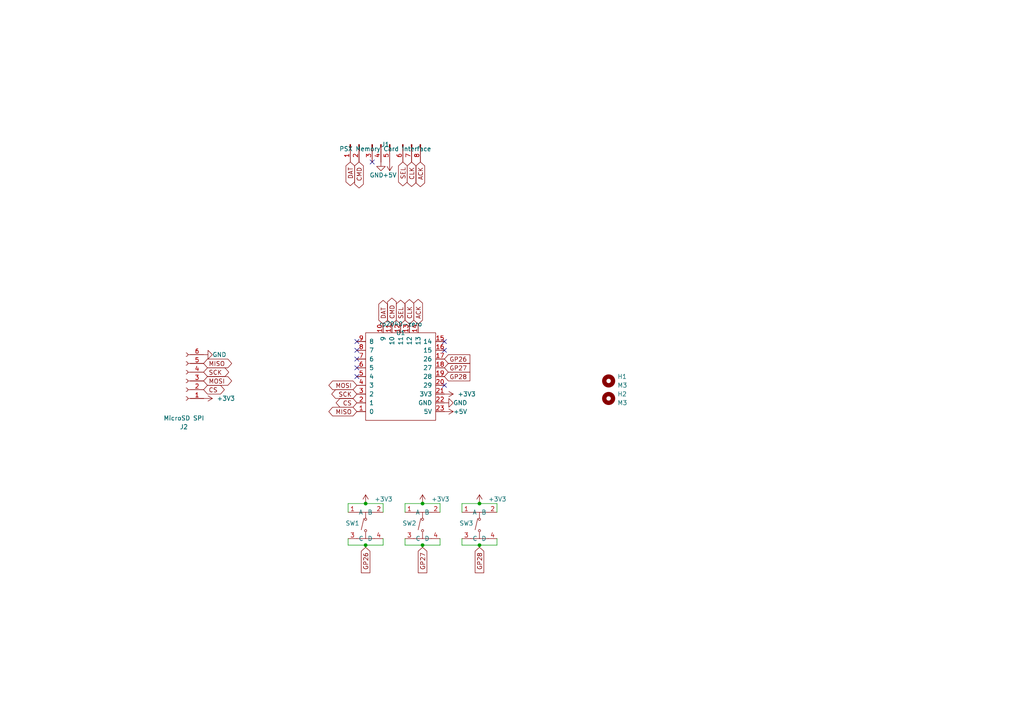
<source format=kicad_sch>
(kicad_sch (version 20211123) (generator eeschema)

  (uuid faa956bb-0e0d-41e1-a5c8-c31a518a76e5)

  (paper "A4")

  (title_block
    (title "RP2040-Zero PicoMemcard")
    (date "2022-09-13")
    (rev "1.3")
    (company "DanGiu")
  )

  (lib_symbols
    (symbol "Connector:Conn_01x06_Female" (pin_names (offset 1.016) hide) (in_bom yes) (on_board yes)
      (property "Reference" "J" (id 0) (at 0 7.62 0)
        (effects (font (size 1.27 1.27)))
      )
      (property "Value" "Conn_01x06_Female" (id 1) (at 0 -10.16 0)
        (effects (font (size 1.27 1.27)))
      )
      (property "Footprint" "" (id 2) (at 0 0 0)
        (effects (font (size 1.27 1.27)) hide)
      )
      (property "Datasheet" "~" (id 3) (at 0 0 0)
        (effects (font (size 1.27 1.27)) hide)
      )
      (property "ki_keywords" "connector" (id 4) (at 0 0 0)
        (effects (font (size 1.27 1.27)) hide)
      )
      (property "ki_description" "Generic connector, single row, 01x06, script generated (kicad-library-utils/schlib/autogen/connector/)" (id 5) (at 0 0 0)
        (effects (font (size 1.27 1.27)) hide)
      )
      (property "ki_fp_filters" "Connector*:*_1x??_*" (id 6) (at 0 0 0)
        (effects (font (size 1.27 1.27)) hide)
      )
      (symbol "Conn_01x06_Female_1_1"
        (arc (start 0 -7.112) (mid -0.508 -7.62) (end 0 -8.128)
          (stroke (width 0.1524) (type default) (color 0 0 0 0))
          (fill (type none))
        )
        (arc (start 0 -4.572) (mid -0.508 -5.08) (end 0 -5.588)
          (stroke (width 0.1524) (type default) (color 0 0 0 0))
          (fill (type none))
        )
        (arc (start 0 -2.032) (mid -0.508 -2.54) (end 0 -3.048)
          (stroke (width 0.1524) (type default) (color 0 0 0 0))
          (fill (type none))
        )
        (polyline
          (pts
            (xy -1.27 -7.62)
            (xy -0.508 -7.62)
          )
          (stroke (width 0.1524) (type default) (color 0 0 0 0))
          (fill (type none))
        )
        (polyline
          (pts
            (xy -1.27 -5.08)
            (xy -0.508 -5.08)
          )
          (stroke (width 0.1524) (type default) (color 0 0 0 0))
          (fill (type none))
        )
        (polyline
          (pts
            (xy -1.27 -2.54)
            (xy -0.508 -2.54)
          )
          (stroke (width 0.1524) (type default) (color 0 0 0 0))
          (fill (type none))
        )
        (polyline
          (pts
            (xy -1.27 0)
            (xy -0.508 0)
          )
          (stroke (width 0.1524) (type default) (color 0 0 0 0))
          (fill (type none))
        )
        (polyline
          (pts
            (xy -1.27 2.54)
            (xy -0.508 2.54)
          )
          (stroke (width 0.1524) (type default) (color 0 0 0 0))
          (fill (type none))
        )
        (polyline
          (pts
            (xy -1.27 5.08)
            (xy -0.508 5.08)
          )
          (stroke (width 0.1524) (type default) (color 0 0 0 0))
          (fill (type none))
        )
        (arc (start 0 0.508) (mid -0.508 0) (end 0 -0.508)
          (stroke (width 0.1524) (type default) (color 0 0 0 0))
          (fill (type none))
        )
        (arc (start 0 3.048) (mid -0.508 2.54) (end 0 2.032)
          (stroke (width 0.1524) (type default) (color 0 0 0 0))
          (fill (type none))
        )
        (arc (start 0 5.588) (mid -0.508 5.08) (end 0 4.572)
          (stroke (width 0.1524) (type default) (color 0 0 0 0))
          (fill (type none))
        )
        (pin passive line (at -5.08 5.08 0) (length 3.81)
          (name "Pin_1" (effects (font (size 1.27 1.27))))
          (number "1" (effects (font (size 1.27 1.27))))
        )
        (pin passive line (at -5.08 2.54 0) (length 3.81)
          (name "Pin_2" (effects (font (size 1.27 1.27))))
          (number "2" (effects (font (size 1.27 1.27))))
        )
        (pin passive line (at -5.08 0 0) (length 3.81)
          (name "Pin_3" (effects (font (size 1.27 1.27))))
          (number "3" (effects (font (size 1.27 1.27))))
        )
        (pin passive line (at -5.08 -2.54 0) (length 3.81)
          (name "Pin_4" (effects (font (size 1.27 1.27))))
          (number "4" (effects (font (size 1.27 1.27))))
        )
        (pin passive line (at -5.08 -5.08 0) (length 3.81)
          (name "Pin_5" (effects (font (size 1.27 1.27))))
          (number "5" (effects (font (size 1.27 1.27))))
        )
        (pin passive line (at -5.08 -7.62 0) (length 3.81)
          (name "Pin_6" (effects (font (size 1.27 1.27))))
          (number "6" (effects (font (size 1.27 1.27))))
        )
      )
    )
    (symbol "Connector:Conn_01x08_Male" (pin_names (offset 1.016) hide) (in_bom yes) (on_board yes)
      (property "Reference" "J1" (id 0) (at 0 1.27 90)
        (effects (font (size 1.27 1.27)))
      )
      (property "Value" "PSX Memory Card Interface" (id 1) (at 1.27 1.27 90)
        (effects (font (size 1.27 1.27)))
      )
      (property "Footprint" "254:MemoryCardConnector" (id 2) (at -13.97 -5.08 0)
        (effects (font (size 1.27 1.27)) hide)
      )
      (property "Datasheet" "~" (id 3) (at 0 0 0)
        (effects (font (size 1.27 1.27)) hide)
      )
      (property "ki_keywords" "connector" (id 4) (at 0 0 0)
        (effects (font (size 1.27 1.27)) hide)
      )
      (property "ki_description" "Generic connector, single row, 01x08, script generated (kicad-library-utils/schlib/autogen/connector/)" (id 5) (at 0 0 0)
        (effects (font (size 1.27 1.27)) hide)
      )
      (property "ki_fp_filters" "Connector*:*_1x??_*" (id 6) (at 0 0 0)
        (effects (font (size 1.27 1.27)) hide)
      )
      (symbol "Conn_01x08_Male_1_1"
        (polyline
          (pts
            (xy 1.27 -8.89)
            (xy 0.8636 -8.89)
          )
          (stroke (width 0.1524) (type default) (color 0 0 0 0))
          (fill (type none))
        )
        (polyline
          (pts
            (xy 1.27 -6.35)
            (xy 0.8636 -6.35)
          )
          (stroke (width 0.1524) (type default) (color 0 0 0 0))
          (fill (type none))
        )
        (polyline
          (pts
            (xy 1.27 -2.54)
            (xy 0.8636 -2.54)
          )
          (stroke (width 0.1524) (type default) (color 0 0 0 0))
          (fill (type none))
        )
        (polyline
          (pts
            (xy 1.27 0)
            (xy 0.8636 0)
          )
          (stroke (width 0.1524) (type default) (color 0 0 0 0))
          (fill (type none))
        )
        (polyline
          (pts
            (xy 1.27 2.54)
            (xy 0.8636 2.54)
          )
          (stroke (width 0.1524) (type default) (color 0 0 0 0))
          (fill (type none))
        )
        (polyline
          (pts
            (xy 1.27 6.35)
            (xy 0.8636 6.35)
          )
          (stroke (width 0.1524) (type default) (color 0 0 0 0))
          (fill (type none))
        )
        (polyline
          (pts
            (xy 1.27 8.89)
            (xy 0.8636 8.89)
          )
          (stroke (width 0.1524) (type default) (color 0 0 0 0))
          (fill (type none))
        )
        (polyline
          (pts
            (xy 1.27 11.43)
            (xy 0.8636 11.43)
          )
          (stroke (width 0.1524) (type default) (color 0 0 0 0))
          (fill (type none))
        )
        (rectangle (start 0.8636 -8.763) (end 0 -9.017)
          (stroke (width 0.1524) (type default) (color 0 0 0 0))
          (fill (type outline))
        )
        (rectangle (start 0.8636 -6.223) (end 0 -6.477)
          (stroke (width 0.1524) (type default) (color 0 0 0 0))
          (fill (type outline))
        )
        (rectangle (start 0.8636 -2.413) (end 0 -2.667)
          (stroke (width 0.1524) (type default) (color 0 0 0 0))
          (fill (type outline))
        )
        (rectangle (start 0.8636 0.127) (end 0 -0.127)
          (stroke (width 0.1524) (type default) (color 0 0 0 0))
          (fill (type outline))
        )
        (rectangle (start 0.8636 2.667) (end 0 2.413)
          (stroke (width 0.1524) (type default) (color 0 0 0 0))
          (fill (type outline))
        )
        (rectangle (start 0.8636 6.477) (end 0 6.223)
          (stroke (width 0.1524) (type default) (color 0 0 0 0))
          (fill (type outline))
        )
        (rectangle (start 0.8636 9.017) (end 0 8.763)
          (stroke (width 0.1524) (type default) (color 0 0 0 0))
          (fill (type outline))
        )
        (rectangle (start 0.8636 11.557) (end 0 11.303)
          (stroke (width 0.1524) (type default) (color 0 0 0 0))
          (fill (type outline))
        )
        (pin tri_state line (at 5.08 -8.89 180) (length 3.81)
          (name "DAT" (effects (font (size 1.27 1.27))))
          (number "1" (effects (font (size 1.27 1.27))))
        )
        (pin output line (at 5.08 -6.35 180) (length 3.81)
          (name "CMD" (effects (font (size 1.27 1.27))))
          (number "2" (effects (font (size 1.27 1.27))))
        )
        (pin power_out line (at 5.08 -2.54 180) (length 3.81)
          (name "7.5V" (effects (font (size 1.27 1.27))))
          (number "3" (effects (font (size 1.27 1.27))))
        )
        (pin passive line (at 5.08 0 180) (length 3.81)
          (name "GND" (effects (font (size 1.27 1.27))))
          (number "4" (effects (font (size 1.27 1.27))))
        )
        (pin power_out line (at 5.08 2.54 180) (length 3.81)
          (name "5V" (effects (font (size 1.27 1.27))))
          (number "5" (effects (font (size 1.27 1.27))))
        )
        (pin output line (at 5.08 6.35 180) (length 3.81)
          (name "SEL" (effects (font (size 1.27 1.27))))
          (number "6" (effects (font (size 1.27 1.27))))
        )
        (pin output line (at 5.08 8.89 180) (length 3.81)
          (name "CLK" (effects (font (size 1.27 1.27))))
          (number "7" (effects (font (size 1.27 1.27))))
        )
        (pin output line (at 5.08 11.43 180) (length 3.81)
          (name "ACK" (effects (font (size 1.27 1.27))))
          (number "8" (effects (font (size 1.27 1.27))))
        )
      )
    )
    (symbol "Mechanical:MountingHole" (pin_names (offset 1.016)) (in_bom yes) (on_board yes)
      (property "Reference" "H" (id 0) (at 0 5.08 0)
        (effects (font (size 1.27 1.27)))
      )
      (property "Value" "MountingHole" (id 1) (at 0 3.175 0)
        (effects (font (size 1.27 1.27)))
      )
      (property "Footprint" "" (id 2) (at 0 0 0)
        (effects (font (size 1.27 1.27)) hide)
      )
      (property "Datasheet" "~" (id 3) (at 0 0 0)
        (effects (font (size 1.27 1.27)) hide)
      )
      (property "ki_keywords" "mounting hole" (id 4) (at 0 0 0)
        (effects (font (size 1.27 1.27)) hide)
      )
      (property "ki_description" "Mounting Hole without connection" (id 5) (at 0 0 0)
        (effects (font (size 1.27 1.27)) hide)
      )
      (property "ki_fp_filters" "MountingHole*" (id 6) (at 0 0 0)
        (effects (font (size 1.27 1.27)) hide)
      )
      (symbol "MountingHole_0_1"
        (circle (center 0 0) (radius 1.27)
          (stroke (width 1.27) (type default) (color 0 0 0 0))
          (fill (type none))
        )
      )
    )
    (symbol "easyeda2kicad:TS-1187A-B-A-B" (in_bom yes) (on_board yes)
      (property "Reference" "SW?" (id 0) (at 0 7.62 0)
        (effects (font (size 1.27 1.27)))
      )
      (property "Value" "TS-1187A-B-A-B" (id 1) (at 0 -10.16 0)
        (effects (font (size 1.27 1.27)))
      )
      (property "Footprint" "easyeda2kicad:SW-SMD_4P-L5.1-W5.1-P3.70-LS6.5-TL-2" (id 2) (at 0 -12.7 0)
        (effects (font (size 1.27 1.27)) hide)
      )
      (property "Datasheet" "https://lcsc.com/product-detail/Tactile-Switches_XKB-Enterprise-TS-1187-B-A-A_C318884.html" (id 3) (at 0 -15.24 0)
        (effects (font (size 1.27 1.27)) hide)
      )
      (property "Manufacturer" "XKB Enterprise" (id 4) (at 0 -17.78 0)
        (effects (font (size 1.27 1.27)) hide)
      )
      (property "LCSC Part" "C318884" (id 5) (at 0 -20.32 0)
        (effects (font (size 1.27 1.27)) hide)
      )
      (property "JLC Part" "Basic Part" (id 6) (at 0 -22.86 0)
        (effects (font (size 1.27 1.27)) hide)
      )
      (symbol "TS-1187A-B-A-B_0_1"
        (circle (center 0 -2.79) (radius 0.32)
          (stroke (width 0) (type default) (color 0 0 0 0))
          (fill (type none))
        )
        (polyline
          (pts
            (xy -2.54 -5.08)
            (xy 2.54 -5.08)
          )
          (stroke (width 0) (type default) (color 0 0 0 0))
          (fill (type none))
        )
        (polyline
          (pts
            (xy -2.54 2.54)
            (xy 2.54 2.54)
          )
          (stroke (width 0) (type default) (color 0 0 0 0))
          (fill (type none))
        )
        (polyline
          (pts
            (xy -0.51 0.76)
            (xy -1.27 -2.54)
          )
          (stroke (width 0) (type default) (color 0 0 0 0))
          (fill (type none))
        )
        (polyline
          (pts
            (xy 0 -3.3)
            (xy 0 -5.08)
          )
          (stroke (width 0) (type default) (color 0 0 0 0))
          (fill (type none))
        )
        (polyline
          (pts
            (xy 0 0.76)
            (xy 0 2.54)
          )
          (stroke (width 0) (type default) (color 0 0 0 0))
          (fill (type none))
        )
        (circle (center 0 0.51) (radius 0.32)
          (stroke (width 0) (type default) (color 0 0 0 0))
          (fill (type none))
        )
        (pin passive line (at -5.08 2.54 0) (length 2.54)
          (name "A" (effects (font (size 1.27 1.27))))
          (number "1" (effects (font (size 1.27 1.27))))
        )
        (pin passive line (at 5.08 2.54 180) (length 2.54)
          (name "B" (effects (font (size 1.27 1.27))))
          (number "2" (effects (font (size 1.27 1.27))))
        )
        (pin passive line (at -5.08 -5.08 0) (length 2.54)
          (name "C" (effects (font (size 1.27 1.27))))
          (number "3" (effects (font (size 1.27 1.27))))
        )
        (pin passive line (at 5.08 -5.08 180) (length 2.54)
          (name "D" (effects (font (size 1.27 1.27))))
          (number "4" (effects (font (size 1.27 1.27))))
        )
      )
    )
    (symbol "mcu:rp2040-zero" (pin_names (offset 1.016)) (in_bom yes) (on_board yes)
      (property "Reference" "U1" (id 0) (at 0 -13.97 0)
        (effects (font (size 1.27 1.27)))
      )
      (property "Value" "rp2040-zero" (id 1) (at 0 -16.51 0)
        (effects (font (size 1.27 1.27)))
      )
      (property "Footprint" "mcu:rp2040-zero-smd" (id 2) (at 8.89 -5.08 0)
        (effects (font (size 1.27 1.27)) hide)
      )
      (property "Datasheet" "" (id 3) (at 8.89 -5.08 0)
        (effects (font (size 1.27 1.27)) hide)
      )
      (symbol "rp2040-zero_0_1"
        (rectangle (start -10.16 11.43) (end 10.16 -13.97)
          (stroke (width 0) (type default) (color 0 0 0 0))
          (fill (type none))
        )
      )
      (symbol "rp2040-zero_1_1"
        (pin bidirectional line (at 12.7 8.89 180) (length 2.54)
          (name "0" (effects (font (size 1.27 1.27))))
          (number "1" (effects (font (size 1.27 1.27))))
        )
        (pin bidirectional line (at 5.08 -16.51 90) (length 2.54)
          (name "9" (effects (font (size 1.27 1.27))))
          (number "10" (effects (font (size 1.27 1.27))))
        )
        (pin bidirectional line (at 2.54 -16.51 90) (length 2.54)
          (name "10" (effects (font (size 1.27 1.27))))
          (number "11" (effects (font (size 1.27 1.27))))
        )
        (pin bidirectional line (at 0 -16.51 90) (length 2.54)
          (name "11" (effects (font (size 1.27 1.27))))
          (number "12" (effects (font (size 1.27 1.27))))
        )
        (pin bidirectional line (at -2.54 -16.51 90) (length 2.54)
          (name "12" (effects (font (size 1.27 1.27))))
          (number "13" (effects (font (size 1.27 1.27))))
        )
        (pin bidirectional line (at -5.08 -16.51 90) (length 2.54)
          (name "13" (effects (font (size 1.27 1.27))))
          (number "14" (effects (font (size 1.27 1.27))))
        )
        (pin bidirectional line (at -12.7 -11.43 0) (length 2.54)
          (name "14" (effects (font (size 1.27 1.27))))
          (number "15" (effects (font (size 1.27 1.27))))
        )
        (pin bidirectional line (at -12.7 -8.89 0) (length 2.54)
          (name "15" (effects (font (size 1.27 1.27))))
          (number "16" (effects (font (size 1.27 1.27))))
        )
        (pin bidirectional line (at -12.7 -6.35 0) (length 2.54)
          (name "26" (effects (font (size 1.27 1.27))))
          (number "17" (effects (font (size 1.27 1.27))))
        )
        (pin bidirectional line (at -12.7 -3.81 0) (length 2.54)
          (name "27" (effects (font (size 1.27 1.27))))
          (number "18" (effects (font (size 1.27 1.27))))
        )
        (pin bidirectional line (at -12.7 -1.27 0) (length 2.54)
          (name "28" (effects (font (size 1.27 1.27))))
          (number "19" (effects (font (size 1.27 1.27))))
        )
        (pin bidirectional line (at 12.7 6.35 180) (length 2.54)
          (name "1" (effects (font (size 1.27 1.27))))
          (number "2" (effects (font (size 1.27 1.27))))
        )
        (pin bidirectional line (at -12.7 1.27 0) (length 2.54)
          (name "29" (effects (font (size 1.27 1.27))))
          (number "20" (effects (font (size 1.27 1.27))))
        )
        (pin power_out line (at -12.7 3.81 0) (length 2.54)
          (name "3V3" (effects (font (size 1.27 1.27))))
          (number "21" (effects (font (size 1.27 1.27))))
        )
        (pin power_out line (at -12.7 6.35 0) (length 2.54)
          (name "GND" (effects (font (size 1.27 1.27))))
          (number "22" (effects (font (size 1.27 1.27))))
        )
        (pin power_in line (at -12.7 8.89 0) (length 2.54)
          (name "5V" (effects (font (size 1.27 1.27))))
          (number "23" (effects (font (size 1.27 1.27))))
        )
        (pin bidirectional line (at 12.7 3.81 180) (length 2.54)
          (name "2" (effects (font (size 1.27 1.27))))
          (number "3" (effects (font (size 1.27 1.27))))
        )
        (pin bidirectional line (at 12.7 1.27 180) (length 2.54)
          (name "3" (effects (font (size 1.27 1.27))))
          (number "4" (effects (font (size 1.27 1.27))))
        )
        (pin bidirectional line (at 12.7 -1.27 180) (length 2.54)
          (name "4" (effects (font (size 1.27 1.27))))
          (number "5" (effects (font (size 1.27 1.27))))
        )
        (pin bidirectional line (at 12.7 -3.81 180) (length 2.54)
          (name "5" (effects (font (size 1.27 1.27))))
          (number "6" (effects (font (size 1.27 1.27))))
        )
        (pin bidirectional line (at 12.7 -6.35 180) (length 2.54)
          (name "6" (effects (font (size 1.27 1.27))))
          (number "7" (effects (font (size 1.27 1.27))))
        )
        (pin bidirectional line (at 12.7 -8.89 180) (length 2.54)
          (name "7" (effects (font (size 1.27 1.27))))
          (number "8" (effects (font (size 1.27 1.27))))
        )
        (pin bidirectional line (at 12.7 -11.43 180) (length 2.54)
          (name "8" (effects (font (size 1.27 1.27))))
          (number "9" (effects (font (size 1.27 1.27))))
        )
      )
    )
    (symbol "power:+3.3V" (power) (pin_names (offset 0)) (in_bom yes) (on_board yes)
      (property "Reference" "#PWR" (id 0) (at 0 -3.81 0)
        (effects (font (size 1.27 1.27)) hide)
      )
      (property "Value" "+3.3V" (id 1) (at 0 3.556 0)
        (effects (font (size 1.27 1.27)))
      )
      (property "Footprint" "" (id 2) (at 0 0 0)
        (effects (font (size 1.27 1.27)) hide)
      )
      (property "Datasheet" "" (id 3) (at 0 0 0)
        (effects (font (size 1.27 1.27)) hide)
      )
      (property "ki_keywords" "power-flag" (id 4) (at 0 0 0)
        (effects (font (size 1.27 1.27)) hide)
      )
      (property "ki_description" "Power symbol creates a global label with name \"+3.3V\"" (id 5) (at 0 0 0)
        (effects (font (size 1.27 1.27)) hide)
      )
      (symbol "+3.3V_0_1"
        (polyline
          (pts
            (xy -0.762 1.27)
            (xy 0 2.54)
          )
          (stroke (width 0) (type default) (color 0 0 0 0))
          (fill (type none))
        )
        (polyline
          (pts
            (xy 0 0)
            (xy 0 2.54)
          )
          (stroke (width 0) (type default) (color 0 0 0 0))
          (fill (type none))
        )
        (polyline
          (pts
            (xy 0 2.54)
            (xy 0.762 1.27)
          )
          (stroke (width 0) (type default) (color 0 0 0 0))
          (fill (type none))
        )
      )
      (symbol "+3.3V_1_1"
        (pin power_in line (at 0 0 90) (length 0) hide
          (name "+3V3" (effects (font (size 1.27 1.27))))
          (number "1" (effects (font (size 1.27 1.27))))
        )
      )
    )
    (symbol "power:+5V" (power) (pin_names (offset 0)) (in_bom yes) (on_board yes)
      (property "Reference" "#PWR" (id 0) (at 0 -3.81 0)
        (effects (font (size 1.27 1.27)) hide)
      )
      (property "Value" "+5V" (id 1) (at 0 3.556 0)
        (effects (font (size 1.27 1.27)))
      )
      (property "Footprint" "" (id 2) (at 0 0 0)
        (effects (font (size 1.27 1.27)) hide)
      )
      (property "Datasheet" "" (id 3) (at 0 0 0)
        (effects (font (size 1.27 1.27)) hide)
      )
      (property "ki_keywords" "power-flag" (id 4) (at 0 0 0)
        (effects (font (size 1.27 1.27)) hide)
      )
      (property "ki_description" "Power symbol creates a global label with name \"+5V\"" (id 5) (at 0 0 0)
        (effects (font (size 1.27 1.27)) hide)
      )
      (symbol "+5V_0_1"
        (polyline
          (pts
            (xy -0.762 1.27)
            (xy 0 2.54)
          )
          (stroke (width 0) (type default) (color 0 0 0 0))
          (fill (type none))
        )
        (polyline
          (pts
            (xy 0 0)
            (xy 0 2.54)
          )
          (stroke (width 0) (type default) (color 0 0 0 0))
          (fill (type none))
        )
        (polyline
          (pts
            (xy 0 2.54)
            (xy 0.762 1.27)
          )
          (stroke (width 0) (type default) (color 0 0 0 0))
          (fill (type none))
        )
      )
      (symbol "+5V_1_1"
        (pin power_in line (at 0 0 90) (length 0) hide
          (name "+5V" (effects (font (size 1.27 1.27))))
          (number "1" (effects (font (size 1.27 1.27))))
        )
      )
    )
    (symbol "power:GND" (power) (pin_names (offset 0)) (in_bom yes) (on_board yes)
      (property "Reference" "#PWR" (id 0) (at 0 -6.35 0)
        (effects (font (size 1.27 1.27)) hide)
      )
      (property "Value" "GND" (id 1) (at 0 -3.81 0)
        (effects (font (size 1.27 1.27)))
      )
      (property "Footprint" "" (id 2) (at 0 0 0)
        (effects (font (size 1.27 1.27)) hide)
      )
      (property "Datasheet" "" (id 3) (at 0 0 0)
        (effects (font (size 1.27 1.27)) hide)
      )
      (property "ki_keywords" "power-flag" (id 4) (at 0 0 0)
        (effects (font (size 1.27 1.27)) hide)
      )
      (property "ki_description" "Power symbol creates a global label with name \"GND\" , ground" (id 5) (at 0 0 0)
        (effects (font (size 1.27 1.27)) hide)
      )
      (symbol "GND_0_1"
        (polyline
          (pts
            (xy 0 0)
            (xy 0 -1.27)
            (xy 1.27 -1.27)
            (xy 0 -2.54)
            (xy -1.27 -1.27)
            (xy 0 -1.27)
          )
          (stroke (width 0) (type default) (color 0 0 0 0))
          (fill (type none))
        )
      )
      (symbol "GND_1_1"
        (pin power_in line (at 0 0 270) (length 0) hide
          (name "GND" (effects (font (size 1.27 1.27))))
          (number "1" (effects (font (size 1.27 1.27))))
        )
      )
    )
  )

  (junction (at 106.045 146.05) (diameter 0) (color 0 0 0 0)
    (uuid 04659d73-28ca-40c9-86b2-b823a39d3279)
  )
  (junction (at 139.065 146.05) (diameter 0) (color 0 0 0 0)
    (uuid 512d012f-7f41-4901-9b59-2eda7ada94c2)
  )
  (junction (at 122.555 158.115) (diameter 0) (color 0 0 0 0)
    (uuid 5be3ec55-5c5f-493e-bdd5-78b0c2c01bd4)
  )
  (junction (at 122.555 146.05) (diameter 0) (color 0 0 0 0)
    (uuid 78f0b545-ae63-49b2-a3a6-219d76e86719)
  )
  (junction (at 139.065 158.115) (diameter 0) (color 0 0 0 0)
    (uuid 84d6f0a0-4a6c-448a-95fd-05e3db84f318)
  )
  (junction (at 106.045 158.115) (diameter 0) (color 0 0 0 0)
    (uuid d4adf84d-4335-4c0b-bfd7-9ca6a2c35431)
  )

  (no_connect (at 103.505 109.22) (uuid 27f19cf5-1367-4f18-a77d-ad6f506e491d))
  (no_connect (at 128.905 111.76) (uuid 5316a7a1-dbd4-4db8-87ac-edcd2692e57e))
  (no_connect (at 103.505 106.68) (uuid 5316a7a1-dbd4-4db8-87ac-edcd2692e581))
  (no_connect (at 103.505 104.14) (uuid 5316a7a1-dbd4-4db8-87ac-edcd2692e582))
  (no_connect (at 103.505 101.6) (uuid 5316a7a1-dbd4-4db8-87ac-edcd2692e583))
  (no_connect (at 128.905 99.06) (uuid 5316a7a1-dbd4-4db8-87ac-edcd2692e584))
  (no_connect (at 128.905 101.6) (uuid 5316a7a1-dbd4-4db8-87ac-edcd2692e585))
  (no_connect (at 103.505 99.06) (uuid 5316a7a1-dbd4-4db8-87ac-edcd2692e587))
  (no_connect (at 107.95 46.99) (uuid 788cb769-d340-44b6-8029-097515e7280f))

  (wire (pts (xy 144.145 158.115) (xy 144.145 156.21))
    (stroke (width 0) (type default) (color 0 0 0 0))
    (uuid 068904c2-72d6-40e7-9066-3587051211d4)
  )
  (wire (pts (xy 122.555 158.115) (xy 122.555 158.75))
    (stroke (width 0) (type default) (color 0 0 0 0))
    (uuid 07e2ef45-ffe8-4770-97e9-8610a3f4c965)
  )
  (wire (pts (xy 139.065 158.115) (xy 144.145 158.115))
    (stroke (width 0) (type default) (color 0 0 0 0))
    (uuid 20375db8-d0f6-46c8-b5da-534b24784314)
  )
  (wire (pts (xy 117.475 146.05) (xy 122.555 146.05))
    (stroke (width 0) (type default) (color 0 0 0 0))
    (uuid 2057b44b-331c-4e45-b070-5b2467a48bd6)
  )
  (wire (pts (xy 106.045 146.05) (xy 111.125 146.05))
    (stroke (width 0) (type default) (color 0 0 0 0))
    (uuid 233ed400-e801-47ee-9add-044e1d6b968c)
  )
  (wire (pts (xy 106.045 158.115) (xy 106.045 158.75))
    (stroke (width 0) (type default) (color 0 0 0 0))
    (uuid 3553fdfb-ffc8-4791-8026-366fa1f49e4a)
  )
  (wire (pts (xy 122.555 158.115) (xy 127.635 158.115))
    (stroke (width 0) (type default) (color 0 0 0 0))
    (uuid 370a5e43-be30-43e0-b4a4-33c6324041cd)
  )
  (wire (pts (xy 144.145 146.05) (xy 144.145 148.59))
    (stroke (width 0) (type default) (color 0 0 0 0))
    (uuid 3771f6d9-a6de-4b50-900f-0a746dd6386f)
  )
  (wire (pts (xy 133.985 146.05) (xy 139.065 146.05))
    (stroke (width 0) (type default) (color 0 0 0 0))
    (uuid 505bbf41-deed-4f8a-a8d3-942868147a88)
  )
  (wire (pts (xy 122.555 146.05) (xy 127.635 146.05))
    (stroke (width 0) (type default) (color 0 0 0 0))
    (uuid 5761544f-9dee-4d04-8ea2-eb12d5ccdbe4)
  )
  (wire (pts (xy 100.965 158.115) (xy 106.045 158.115))
    (stroke (width 0) (type default) (color 0 0 0 0))
    (uuid 6229f286-95ad-4ba1-b9bd-cc397aceaf9a)
  )
  (wire (pts (xy 111.125 158.115) (xy 111.125 156.21))
    (stroke (width 0) (type default) (color 0 0 0 0))
    (uuid 90e3441f-4756-4763-9eeb-946d640c67b0)
  )
  (wire (pts (xy 117.475 148.59) (xy 117.475 146.05))
    (stroke (width 0) (type default) (color 0 0 0 0))
    (uuid 98cb5499-aabd-4b78-a23d-39438071e714)
  )
  (wire (pts (xy 111.125 146.05) (xy 111.125 148.59))
    (stroke (width 0) (type default) (color 0 0 0 0))
    (uuid 9dabe27c-297b-4ba7-87a4-7580930688c1)
  )
  (wire (pts (xy 139.065 146.05) (xy 144.145 146.05))
    (stroke (width 0) (type default) (color 0 0 0 0))
    (uuid a10ad6f0-f7e7-414d-b465-da94312f263a)
  )
  (wire (pts (xy 127.635 146.05) (xy 127.635 148.59))
    (stroke (width 0) (type default) (color 0 0 0 0))
    (uuid ab397937-bd00-4d4d-8756-59aa5eae2f56)
  )
  (wire (pts (xy 100.965 156.21) (xy 100.965 158.115))
    (stroke (width 0) (type default) (color 0 0 0 0))
    (uuid c24a6d02-c023-4515-9402-f75882c230d5)
  )
  (wire (pts (xy 106.045 158.115) (xy 111.125 158.115))
    (stroke (width 0) (type default) (color 0 0 0 0))
    (uuid c4152309-e8c9-4ecd-aec8-cfd1ee3f9bfc)
  )
  (wire (pts (xy 133.985 158.115) (xy 139.065 158.115))
    (stroke (width 0) (type default) (color 0 0 0 0))
    (uuid c493c186-6252-46c3-a00c-e26899cf8c0b)
  )
  (wire (pts (xy 127.635 158.115) (xy 127.635 156.21))
    (stroke (width 0) (type default) (color 0 0 0 0))
    (uuid ca51df7b-fc79-4e44-818b-7373146c5ca4)
  )
  (wire (pts (xy 139.065 158.115) (xy 139.065 158.75))
    (stroke (width 0) (type default) (color 0 0 0 0))
    (uuid d39b08ba-7051-464f-b4a4-c93de294ba0f)
  )
  (wire (pts (xy 100.965 148.59) (xy 100.965 146.05))
    (stroke (width 0) (type default) (color 0 0 0 0))
    (uuid d9ff2e72-9d6c-438f-88f7-3ad0dba1d5c4)
  )
  (wire (pts (xy 133.985 156.21) (xy 133.985 158.115))
    (stroke (width 0) (type default) (color 0 0 0 0))
    (uuid db39cae0-fec6-4083-8b5e-64dd331ad7db)
  )
  (wire (pts (xy 100.965 146.05) (xy 106.045 146.05))
    (stroke (width 0) (type default) (color 0 0 0 0))
    (uuid dc1b314c-f59c-42e1-9028-a70b7cc2a926)
  )
  (wire (pts (xy 133.985 148.59) (xy 133.985 146.05))
    (stroke (width 0) (type default) (color 0 0 0 0))
    (uuid df6e76fb-9f92-44c1-b8ab-ceac01a8f311)
  )
  (wire (pts (xy 117.475 158.115) (xy 122.555 158.115))
    (stroke (width 0) (type default) (color 0 0 0 0))
    (uuid e209f1db-f097-4c98-9a34-62e1d88e758a)
  )
  (wire (pts (xy 117.475 156.21) (xy 117.475 158.115))
    (stroke (width 0) (type default) (color 0 0 0 0))
    (uuid e335c153-d1a3-4a74-97fc-f7d6270bcd6c)
  )

  (global_label "MISO" (shape bidirectional) (at 59.055 105.41 0) (fields_autoplaced)
    (effects (font (size 1.27 1.27)) (justify left))
    (uuid 00b9b285-a2db-42eb-9d9f-594760ada9e7)
    (property "Intersheet References" "${INTERSHEET_REFS}" (id 0) (at 66.0643 105.3306 0)
      (effects (font (size 1.27 1.27)) (justify left) hide)
    )
  )
  (global_label "DAT" (shape bidirectional) (at 111.125 93.98 90) (fields_autoplaced)
    (effects (font (size 1.27 1.27)) (justify left))
    (uuid 107ce50e-d71c-4f69-8836-4a3021a2ce16)
    (property "Intersheet References" "${INTERSHEET_REFS}" (id 0) (at 111.2044 88.2407 90)
      (effects (font (size 1.27 1.27)) (justify left) hide)
    )
  )
  (global_label "MISO" (shape bidirectional) (at 103.505 119.38 180) (fields_autoplaced)
    (effects (font (size 1.27 1.27)) (justify right))
    (uuid 38c0ef75-ad2d-4a77-9f67-270f96a125ce)
    (property "Intersheet References" "${INTERSHEET_REFS}" (id 0) (at 96.4957 119.4594 0)
      (effects (font (size 1.27 1.27)) (justify right) hide)
    )
  )
  (global_label "CS" (shape bidirectional) (at 59.055 113.03 0) (fields_autoplaced)
    (effects (font (size 1.27 1.27)) (justify left))
    (uuid 42472860-1e8b-4428-8ac2-ac7eff113562)
    (property "Intersheet References" "${INTERSHEET_REFS}" (id 0) (at 63.9476 112.9506 0)
      (effects (font (size 1.27 1.27)) (justify left) hide)
    )
  )
  (global_label "GP27" (shape input) (at 122.555 158.75 270) (fields_autoplaced)
    (effects (font (size 1.27 1.27)) (justify right))
    (uuid 51470444-d63d-49f0-8ecf-b3016dc1889f)
    (property "Intersheet References" "${INTERSHEET_REFS}" (id 0) (at 122.4756 166.1221 90)
      (effects (font (size 1.27 1.27)) (justify right) hide)
    )
  )
  (global_label "GP27" (shape input) (at 128.905 106.68 0) (fields_autoplaced)
    (effects (font (size 1.27 1.27)) (justify left))
    (uuid 5a19c50a-3787-4c5a-91b2-5eb8cfb937c8)
    (property "Intersheet References" "${INTERSHEET_REFS}" (id 0) (at 136.2771 106.6006 0)
      (effects (font (size 1.27 1.27)) (justify left) hide)
    )
  )
  (global_label "CLK" (shape bidirectional) (at 119.38 46.99 270) (fields_autoplaced)
    (effects (font (size 1.27 1.27)) (justify right))
    (uuid 8c836a28-4630-40dd-9deb-f07b06ff7a44)
    (property "Intersheet References" "${INTERSHEET_REFS}" (id 0) (at 119.3006 52.9712 90)
      (effects (font (size 1.27 1.27)) (justify right) hide)
    )
  )
  (global_label "CMD" (shape bidirectional) (at 104.14 46.99 270) (fields_autoplaced)
    (effects (font (size 1.27 1.27)) (justify right))
    (uuid 8cd36031-a9bb-4ab3-a612-be0ac64cf5d4)
    (property "Intersheet References" "${INTERSHEET_REFS}" (id 0) (at 104.0606 53.3945 90)
      (effects (font (size 1.27 1.27)) (justify right) hide)
    )
  )
  (global_label "ACK" (shape bidirectional) (at 121.92 46.99 270) (fields_autoplaced)
    (effects (font (size 1.27 1.27)) (justify right))
    (uuid 9509ce92-8623-4cd1-be6c-bfaa4e38b761)
    (property "Intersheet References" "${INTERSHEET_REFS}" (id 0) (at 121.8406 53.0317 90)
      (effects (font (size 1.27 1.27)) (justify right) hide)
    )
  )
  (global_label "CMD" (shape bidirectional) (at 113.665 93.98 90) (fields_autoplaced)
    (effects (font (size 1.27 1.27)) (justify left))
    (uuid 967aa785-e6df-4448-a60d-32a64d78e458)
    (property "Intersheet References" "${INTERSHEET_REFS}" (id 0) (at 113.7444 87.5755 90)
      (effects (font (size 1.27 1.27)) (justify left) hide)
    )
  )
  (global_label "SCK" (shape bidirectional) (at 59.055 107.95 0) (fields_autoplaced)
    (effects (font (size 1.27 1.27)) (justify left))
    (uuid 9c3a7a97-5451-4342-83c8-0f1abdb27221)
    (property "Intersheet References" "${INTERSHEET_REFS}" (id 0) (at 65.2176 107.8706 0)
      (effects (font (size 1.27 1.27)) (justify left) hide)
    )
  )
  (global_label "GP26" (shape input) (at 106.045 158.75 270) (fields_autoplaced)
    (effects (font (size 1.27 1.27)) (justify right))
    (uuid 9da9614e-2644-48ba-acc4-9fabc271b782)
    (property "Intersheet References" "${INTERSHEET_REFS}" (id 0) (at 106.1244 166.1221 90)
      (effects (font (size 1.27 1.27)) (justify right) hide)
    )
  )
  (global_label "GP26" (shape input) (at 128.905 104.14 0) (fields_autoplaced)
    (effects (font (size 1.27 1.27)) (justify left))
    (uuid a57575e2-fc7d-4fc0-ae5b-0781af58c098)
    (property "Intersheet References" "${INTERSHEET_REFS}" (id 0) (at 136.2771 104.0606 0)
      (effects (font (size 1.27 1.27)) (justify left) hide)
    )
  )
  (global_label "MOSI" (shape bidirectional) (at 59.055 110.49 0) (fields_autoplaced)
    (effects (font (size 1.27 1.27)) (justify left))
    (uuid a97eb4ac-e4e4-4eb4-9fa9-1f37d6fb239b)
    (property "Intersheet References" "${INTERSHEET_REFS}" (id 0) (at 66.0643 110.4106 0)
      (effects (font (size 1.27 1.27)) (justify left) hide)
    )
  )
  (global_label "DAT" (shape bidirectional) (at 101.6 46.99 270) (fields_autoplaced)
    (effects (font (size 1.27 1.27)) (justify right))
    (uuid aa185712-5a4b-40b2-a718-c2bf41405eb2)
    (property "Intersheet References" "${INTERSHEET_REFS}" (id 0) (at 101.5206 52.7293 90)
      (effects (font (size 1.27 1.27)) (justify right) hide)
    )
  )
  (global_label "ACK" (shape bidirectional) (at 121.285 93.98 90) (fields_autoplaced)
    (effects (font (size 1.27 1.27)) (justify left))
    (uuid ba145ccf-8677-40aa-b884-e543cf2df773)
    (property "Intersheet References" "${INTERSHEET_REFS}" (id 0) (at 121.3644 87.9383 90)
      (effects (font (size 1.27 1.27)) (justify left) hide)
    )
  )
  (global_label "MOSI" (shape bidirectional) (at 103.505 111.76 180) (fields_autoplaced)
    (effects (font (size 1.27 1.27)) (justify right))
    (uuid c1f11c20-c242-47b4-a4a0-966cd495d54f)
    (property "Intersheet References" "${INTERSHEET_REFS}" (id 0) (at 96.4957 111.8394 0)
      (effects (font (size 1.27 1.27)) (justify right) hide)
    )
  )
  (global_label "SEL" (shape bidirectional) (at 116.84 46.99 270) (fields_autoplaced)
    (effects (font (size 1.27 1.27)) (justify right))
    (uuid c9cc3af9-920d-48c2-96be-7869341c1f8a)
    (property "Intersheet References" "${INTERSHEET_REFS}" (id 0) (at 116.7606 52.7898 90)
      (effects (font (size 1.27 1.27)) (justify right) hide)
    )
  )
  (global_label "GP28" (shape input) (at 128.905 109.22 0) (fields_autoplaced)
    (effects (font (size 1.27 1.27)) (justify left))
    (uuid cd4b3178-8812-4459-bd43-e2ccc14de98c)
    (property "Intersheet References" "${INTERSHEET_REFS}" (id 0) (at 136.2771 109.1406 0)
      (effects (font (size 1.27 1.27)) (justify left) hide)
    )
  )
  (global_label "SEL" (shape bidirectional) (at 116.205 93.98 90) (fields_autoplaced)
    (effects (font (size 1.27 1.27)) (justify left))
    (uuid cf2ebefc-8303-4439-9da1-9a426683b550)
    (property "Intersheet References" "${INTERSHEET_REFS}" (id 0) (at 116.2844 88.1802 90)
      (effects (font (size 1.27 1.27)) (justify left) hide)
    )
  )
  (global_label "GP28" (shape input) (at 139.065 158.75 270) (fields_autoplaced)
    (effects (font (size 1.27 1.27)) (justify right))
    (uuid f0f4fca8-df60-4f07-9356-17e57473cda1)
    (property "Intersheet References" "${INTERSHEET_REFS}" (id 0) (at 138.9856 166.1221 90)
      (effects (font (size 1.27 1.27)) (justify right) hide)
    )
  )
  (global_label "SCK" (shape bidirectional) (at 103.505 114.3 180) (fields_autoplaced)
    (effects (font (size 1.27 1.27)) (justify right))
    (uuid f11a7407-4860-416a-898a-a67cb4116c25)
    (property "Intersheet References" "${INTERSHEET_REFS}" (id 0) (at 97.3424 114.2206 0)
      (effects (font (size 1.27 1.27)) (justify right) hide)
    )
  )
  (global_label "CLK" (shape bidirectional) (at 118.745 93.98 90) (fields_autoplaced)
    (effects (font (size 1.27 1.27)) (justify left))
    (uuid f11db276-adcf-4b1c-bd96-7d493339bbec)
    (property "Intersheet References" "${INTERSHEET_REFS}" (id 0) (at 118.8244 87.9988 90)
      (effects (font (size 1.27 1.27)) (justify left) hide)
    )
  )
  (global_label "CS" (shape bidirectional) (at 103.505 116.84 180) (fields_autoplaced)
    (effects (font (size 1.27 1.27)) (justify right))
    (uuid f80a7b13-48f7-41d3-ae11-13ca1b5cd268)
    (property "Intersheet References" "${INTERSHEET_REFS}" (id 0) (at 98.6124 116.9194 0)
      (effects (font (size 1.27 1.27)) (justify right) hide)
    )
  )

  (symbol (lib_id "easyeda2kicad:TS-1187A-B-A-B") (at 122.555 151.13 0) (unit 1)
    (in_bom yes) (on_board yes)
    (uuid 00a1d64b-9666-4aa4-ac83-3d883992c8f4)
    (property "Reference" "SW2" (id 0) (at 118.745 151.765 0))
    (property "Value" "TS-1187A-B-A-B" (id 1) (at 122.555 145.415 0)
      (effects (font (size 1.27 1.27)) hide)
    )
    (property "Footprint" "easyeda2kicad:SW-SMD_4P-L5.1-W5.1-P3.70-LS6.5-TL-2" (id 2) (at 122.555 163.83 0)
      (effects (font (size 1.27 1.27)) hide)
    )
    (property "Datasheet" "https://lcsc.com/product-detail/Tactile-Switches_XKB-Enterprise-TS-1187-B-A-A_C318884.html" (id 3) (at 122.555 166.37 0)
      (effects (font (size 1.27 1.27)) hide)
    )
    (property "Manufacturer" "XKB Enterprise" (id 4) (at 122.555 168.91 0)
      (effects (font (size 1.27 1.27)) hide)
    )
    (property "LCSC Part" "C318884" (id 5) (at 122.555 171.45 0)
      (effects (font (size 1.27 1.27)) hide)
    )
    (property "JLC Part" "Basic Part" (id 6) (at 122.555 173.99 0)
      (effects (font (size 1.27 1.27)) hide)
    )
    (pin "1" (uuid 6743921f-0ce4-47f5-b493-73e16f08f8bf))
    (pin "2" (uuid 726a8d01-e1b7-4c49-b03e-5313b4a6b591))
    (pin "3" (uuid 9c5d81fd-d3b9-4689-8476-80063ed8b431))
    (pin "4" (uuid 7fd33c0c-24aa-47e1-a7d0-017000b0de33))
  )

  (symbol (lib_id "power:GND") (at 59.055 102.87 90) (unit 1)
    (in_bom yes) (on_board yes)
    (uuid 0e79a105-6620-4ace-b113-60904785108a)
    (property "Reference" "#PWR01" (id 0) (at 65.405 102.87 0)
      (effects (font (size 1.27 1.27)) hide)
    )
    (property "Value" "GND" (id 1) (at 61.595 102.87 90)
      (effects (font (size 1.27 1.27)) (justify right))
    )
    (property "Footprint" "" (id 2) (at 59.055 102.87 0)
      (effects (font (size 1.27 1.27)) hide)
    )
    (property "Datasheet" "" (id 3) (at 59.055 102.87 0)
      (effects (font (size 1.27 1.27)) hide)
    )
    (pin "1" (uuid 7f130f6f-9ec9-4aac-9785-f636726d60e6))
  )

  (symbol (lib_id "Mechanical:MountingHole") (at 176.53 115.57 0) (unit 1)
    (in_bom yes) (on_board yes) (fields_autoplaced)
    (uuid 16dc6dec-5c9b-401c-832a-590772958a60)
    (property "Reference" "H2" (id 0) (at 179.07 114.2999 0)
      (effects (font (size 1.27 1.27)) (justify left))
    )
    (property "Value" "M3" (id 1) (at 179.07 116.8399 0)
      (effects (font (size 1.27 1.27)) (justify left))
    )
    (property "Footprint" "MountingHole:MountingHole_3.2mm_M3" (id 2) (at 176.53 115.57 0)
      (effects (font (size 1.27 1.27)) hide)
    )
    (property "Datasheet" "~" (id 3) (at 176.53 115.57 0)
      (effects (font (size 1.27 1.27)) hide)
    )
  )

  (symbol (lib_id "power:GND") (at 110.49 46.99 0) (unit 1)
    (in_bom yes) (on_board yes)
    (uuid 3e7b3d1b-0c52-437c-abe5-7a96569b880e)
    (property "Reference" "#PWR0102" (id 0) (at 110.49 53.34 0)
      (effects (font (size 1.27 1.27)) hide)
    )
    (property "Value" "GND" (id 1) (at 109.22 50.8 0))
    (property "Footprint" "" (id 2) (at 110.49 46.99 0)
      (effects (font (size 1.27 1.27)) hide)
    )
    (property "Datasheet" "" (id 3) (at 110.49 46.99 0)
      (effects (font (size 1.27 1.27)) hide)
    )
    (pin "1" (uuid b62df29a-e48b-47ae-b9a8-8ffa8ab88b1e))
  )

  (symbol (lib_id "power:+5V") (at 113.03 46.99 180) (unit 1)
    (in_bom yes) (on_board yes)
    (uuid 6251ad86-1d53-41b6-9a9f-6a37fe009d56)
    (property "Reference" "#PWR0104" (id 0) (at 113.03 43.18 0)
      (effects (font (size 1.27 1.27)) hide)
    )
    (property "Value" "+5V" (id 1) (at 113.03 50.8 0))
    (property "Footprint" "" (id 2) (at 113.03 46.99 0)
      (effects (font (size 1.27 1.27)) hide)
    )
    (property "Datasheet" "" (id 3) (at 113.03 46.99 0)
      (effects (font (size 1.27 1.27)) hide)
    )
    (pin "1" (uuid fbeab442-22e4-4688-9050-e9998d65ee1f))
  )

  (symbol (lib_id "Connector:Conn_01x06_Female") (at 53.975 110.49 180) (unit 1)
    (in_bom yes) (on_board yes) (fields_autoplaced)
    (uuid 6feb2ec9-3af0-44c8-b4cd-d2367a8dd272)
    (property "Reference" "J2" (id 0) (at 53.34 123.825 0))
    (property "Value" "MicroSD SPI" (id 1) (at 53.34 121.285 0))
    (property "Footprint" "254:MicroSD_SPI_small" (id 2) (at 40.005 110.49 0)
      (effects (font (size 1.27 1.27)) hide)
    )
    (property "Datasheet" "~" (id 3) (at 53.975 110.49 0)
      (effects (font (size 1.27 1.27)) hide)
    )
    (pin "1" (uuid 125f22a4-b689-4e76-80c1-a4947f9e1865))
    (pin "2" (uuid e403da0b-e83f-4a81-8c74-1cdf6dbe17ba))
    (pin "3" (uuid a3a04d26-6856-4c85-a8d9-fac428900d1e))
    (pin "4" (uuid 7cc7222a-37ee-4b24-8e34-e7eb3c33de33))
    (pin "5" (uuid 365aaa2c-27e5-4675-b3c2-fef0bf62cd56))
    (pin "6" (uuid 6609303f-eb2c-4f0b-b1d5-46e28f77c434))
  )

  (symbol (lib_id "power:+5V") (at 128.905 119.38 270) (unit 1)
    (in_bom yes) (on_board yes)
    (uuid 70860bb7-171c-4b87-a7f8-3142c9a2cc17)
    (property "Reference" "#PWR0103" (id 0) (at 125.095 119.38 0)
      (effects (font (size 1.27 1.27)) hide)
    )
    (property "Value" "+5V" (id 1) (at 131.445 119.38 90)
      (effects (font (size 1.27 1.27)) (justify left))
    )
    (property "Footprint" "" (id 2) (at 128.905 119.38 0)
      (effects (font (size 1.27 1.27)) hide)
    )
    (property "Datasheet" "" (id 3) (at 128.905 119.38 0)
      (effects (font (size 1.27 1.27)) hide)
    )
    (pin "1" (uuid d5478984-ca14-4f35-97a2-688c8a91f576))
  )

  (symbol (lib_id "power:+3.3V") (at 122.555 146.05 0) (unit 1)
    (in_bom yes) (on_board yes)
    (uuid 72f6d820-8b9e-4d23-a114-026a7df73cb1)
    (property "Reference" "#PWR03" (id 0) (at 122.555 149.86 0)
      (effects (font (size 1.27 1.27)) hide)
    )
    (property "Value" "+3.3V" (id 1) (at 125.095 144.7799 0)
      (effects (font (size 1.27 1.27)) (justify left))
    )
    (property "Footprint" "" (id 2) (at 122.555 146.05 0)
      (effects (font (size 1.27 1.27)) hide)
    )
    (property "Datasheet" "" (id 3) (at 122.555 146.05 0)
      (effects (font (size 1.27 1.27)) hide)
    )
    (pin "1" (uuid b52f8bd3-344a-4020-b8d8-676ab4f0277d))
  )

  (symbol (lib_id "power:+3.3V") (at 59.055 115.57 270) (unit 1)
    (in_bom yes) (on_board yes) (fields_autoplaced)
    (uuid 7561b84a-76ec-4cf9-a5fc-f36e54e52ac3)
    (property "Reference" "#PWR0105" (id 0) (at 55.245 115.57 0)
      (effects (font (size 1.27 1.27)) hide)
    )
    (property "Value" "+3.3V" (id 1) (at 62.865 115.5699 90)
      (effects (font (size 1.27 1.27)) (justify left))
    )
    (property "Footprint" "" (id 2) (at 59.055 115.57 0)
      (effects (font (size 1.27 1.27)) hide)
    )
    (property "Datasheet" "" (id 3) (at 59.055 115.57 0)
      (effects (font (size 1.27 1.27)) hide)
    )
    (pin "1" (uuid 6bb59b2c-a2c2-4664-b861-bbbef08138c1))
  )

  (symbol (lib_id "Connector:Conn_01x08_Male") (at 110.49 41.91 270) (unit 1)
    (in_bom yes) (on_board yes) (fields_autoplaced)
    (uuid 9070d7fd-f6a2-4084-b3a0-1b0a755f244f)
    (property "Reference" "J1" (id 0) (at 111.76 41.91 90))
    (property "Value" "PSX Memory Card Interface" (id 1) (at 111.76 43.18 90))
    (property "Footprint" "254:MemoryCardConnector" (id 2) (at 105.41 27.94 0)
      (effects (font (size 1.27 1.27)) hide)
    )
    (property "Datasheet" "~" (id 3) (at 110.49 41.91 0)
      (effects (font (size 1.27 1.27)) hide)
    )
    (pin "1" (uuid 06cc5094-e0c7-48b2-a6dc-313ce3379545))
    (pin "2" (uuid ff7e3002-4c10-4c41-9ca6-39149aeeb02f))
    (pin "3" (uuid 7f4a33d2-2f4a-491f-8dc2-4b370c9f8b64))
    (pin "4" (uuid 203e3c19-7dd9-4561-bf56-3cecfad441ae))
    (pin "5" (uuid 126b1d17-2efb-466a-b323-4da43a416084))
    (pin "6" (uuid 0c7694bc-5951-408d-a6c3-1a6f1b2176f4))
    (pin "7" (uuid f6956303-5eee-4226-a29c-44abd5589e20))
    (pin "8" (uuid e5855adf-82e0-47ed-adf1-790b0b526474))
  )

  (symbol (lib_id "power:+3.3V") (at 106.045 146.05 0) (unit 1)
    (in_bom yes) (on_board yes)
    (uuid a19c5774-3130-4723-8ac6-f096c2c7df89)
    (property "Reference" "#PWR02" (id 0) (at 106.045 149.86 0)
      (effects (font (size 1.27 1.27)) hide)
    )
    (property "Value" "+3.3V" (id 1) (at 108.585 144.7799 0)
      (effects (font (size 1.27 1.27)) (justify left))
    )
    (property "Footprint" "" (id 2) (at 106.045 146.05 0)
      (effects (font (size 1.27 1.27)) hide)
    )
    (property "Datasheet" "" (id 3) (at 106.045 146.05 0)
      (effects (font (size 1.27 1.27)) hide)
    )
    (pin "1" (uuid 65341936-b707-42b7-83f1-73dcc969e78c))
  )

  (symbol (lib_id "mcu:rp2040-zero") (at 116.205 110.49 180) (unit 1)
    (in_bom yes) (on_board yes) (fields_autoplaced)
    (uuid a76b6b18-d7fe-4ddf-8330-365f7ef75e28)
    (property "Reference" "U1" (id 0) (at 116.205 96.52 0))
    (property "Value" "rp2040-zero" (id 1) (at 116.205 93.98 0))
    (property "Footprint" "mcu:rp2040-zero-smd" (id 2) (at 107.315 105.41 0)
      (effects (font (size 1.27 1.27)) hide)
    )
    (property "Datasheet" "" (id 3) (at 107.315 105.41 0)
      (effects (font (size 1.27 1.27)) hide)
    )
    (pin "1" (uuid d9aa03e5-f36b-472c-bca1-7c047978aa2d))
    (pin "10" (uuid e292b82f-2651-4484-ae1b-9a4a84c4e81c))
    (pin "11" (uuid cdcacedb-9877-4f3b-9308-c9e0a6cb83ac))
    (pin "12" (uuid bae1e043-e7d5-4467-a57d-8d15bfb00860))
    (pin "13" (uuid 2110970f-158f-4170-be55-d3240e71c6f1))
    (pin "14" (uuid ff897066-bb82-4fd8-88fd-5703814a81f3))
    (pin "15" (uuid 8ee53463-09d5-40bc-a33b-d199ce66f726))
    (pin "16" (uuid 8705e61f-987f-4c3f-9f88-65768927b32a))
    (pin "17" (uuid a679bcb5-ad11-4bd4-8c62-795ee2d4c7d7))
    (pin "18" (uuid 16219546-723c-4705-ada0-47a104641666))
    (pin "19" (uuid 9c46b67b-4061-495d-88eb-cd029304c421))
    (pin "2" (uuid 9f0e5e37-14f7-41df-a83c-a6501d7ee8cb))
    (pin "20" (uuid eef706d2-140a-4ac7-8131-32f8f37dcf07))
    (pin "21" (uuid 07b3c22a-128c-4f30-8ccc-8a1c248e750f))
    (pin "22" (uuid 9a8b2a1b-9b94-48cd-8440-1496972ad74e))
    (pin "23" (uuid 02fc802b-206a-4a82-a6cc-790356911c6c))
    (pin "3" (uuid 1568de24-89e9-4a64-9ff6-ce3a94ef4586))
    (pin "4" (uuid 864346e3-ac8a-41c9-a08f-1694f9ab8041))
    (pin "5" (uuid e04a7b32-167a-4e65-baf9-d39633e70911))
    (pin "6" (uuid 97aa53a9-b3ca-4961-8558-cca7545e1378))
    (pin "7" (uuid 815c5b20-8e21-4bbd-8492-ee090cacfe82))
    (pin "8" (uuid 15cc10f7-584d-40e9-9b44-dfd17c679df9))
    (pin "9" (uuid 3afab770-9ffc-4cb9-8d3c-3ef8d800a5a8))
  )

  (symbol (lib_id "easyeda2kicad:TS-1187A-B-A-B") (at 139.065 151.13 0) (unit 1)
    (in_bom yes) (on_board yes)
    (uuid a8a536cb-c0ed-45bf-909e-54b726445b36)
    (property "Reference" "SW3" (id 0) (at 135.255 151.765 0))
    (property "Value" "TS-1187A-B-A-B" (id 1) (at 139.065 145.415 0)
      (effects (font (size 1.27 1.27)) hide)
    )
    (property "Footprint" "easyeda2kicad:SW-SMD_4P-L5.1-W5.1-P3.70-LS6.5-TL-2" (id 2) (at 139.065 163.83 0)
      (effects (font (size 1.27 1.27)) hide)
    )
    (property "Datasheet" "https://lcsc.com/product-detail/Tactile-Switches_XKB-Enterprise-TS-1187-B-A-A_C318884.html" (id 3) (at 139.065 166.37 0)
      (effects (font (size 1.27 1.27)) hide)
    )
    (property "Manufacturer" "XKB Enterprise" (id 4) (at 139.065 168.91 0)
      (effects (font (size 1.27 1.27)) hide)
    )
    (property "LCSC Part" "C318884" (id 5) (at 139.065 171.45 0)
      (effects (font (size 1.27 1.27)) hide)
    )
    (property "JLC Part" "Basic Part" (id 6) (at 139.065 173.99 0)
      (effects (font (size 1.27 1.27)) hide)
    )
    (pin "1" (uuid 2da24d9c-30d9-4ac3-94cb-98bb3c85edfc))
    (pin "2" (uuid a6fed498-f87b-45bf-b817-df7030cf4e9c))
    (pin "3" (uuid e0f00e6c-beb4-4678-b509-d478f4fcbe7f))
    (pin "4" (uuid 58cb4bca-f144-466c-b343-cc7a0f27a303))
  )

  (symbol (lib_id "Mechanical:MountingHole") (at 176.53 110.49 0) (unit 1)
    (in_bom yes) (on_board yes) (fields_autoplaced)
    (uuid a8e9dbbf-80a5-4b8f-b8f0-39afb4851567)
    (property "Reference" "H1" (id 0) (at 179.07 109.2199 0)
      (effects (font (size 1.27 1.27)) (justify left))
    )
    (property "Value" "M3" (id 1) (at 179.07 111.7599 0)
      (effects (font (size 1.27 1.27)) (justify left))
    )
    (property "Footprint" "MountingHole:MountingHole_3.2mm_M3" (id 2) (at 176.53 110.49 0)
      (effects (font (size 1.27 1.27)) hide)
    )
    (property "Datasheet" "~" (id 3) (at 176.53 110.49 0)
      (effects (font (size 1.27 1.27)) hide)
    )
  )

  (symbol (lib_id "easyeda2kicad:TS-1187A-B-A-B") (at 106.045 151.13 0) (unit 1)
    (in_bom yes) (on_board yes)
    (uuid d513a2b4-3665-4409-a027-c5ed6ce0e5ac)
    (property "Reference" "SW1" (id 0) (at 102.235 151.765 0))
    (property "Value" "TS-1187A-B-A-B" (id 1) (at 106.045 145.415 0)
      (effects (font (size 1.27 1.27)) hide)
    )
    (property "Footprint" "easyeda2kicad:SW-SMD_4P-L5.1-W5.1-P3.70-LS6.5-TL-2" (id 2) (at 106.045 163.83 0)
      (effects (font (size 1.27 1.27)) hide)
    )
    (property "Datasheet" "https://lcsc.com/product-detail/Tactile-Switches_XKB-Enterprise-TS-1187-B-A-A_C318884.html" (id 3) (at 106.045 166.37 0)
      (effects (font (size 1.27 1.27)) hide)
    )
    (property "Manufacturer" "XKB Enterprise" (id 4) (at 106.045 168.91 0)
      (effects (font (size 1.27 1.27)) hide)
    )
    (property "LCSC Part" "C318884" (id 5) (at 106.045 171.45 0)
      (effects (font (size 1.27 1.27)) hide)
    )
    (property "JLC Part" "Basic Part" (id 6) (at 106.045 173.99 0)
      (effects (font (size 1.27 1.27)) hide)
    )
    (pin "1" (uuid 40b8b398-eef5-498e-b276-85638d0687e5))
    (pin "2" (uuid 140d3e6a-5718-4ca3-b789-b62cf267a26f))
    (pin "3" (uuid ac8c76b8-7912-4955-b723-6de83155dc44))
    (pin "4" (uuid e023be07-a91c-484c-a08b-d0cf1d2bf74b))
  )

  (symbol (lib_id "power:+3.3V") (at 128.905 114.3 270) (unit 1)
    (in_bom yes) (on_board yes) (fields_autoplaced)
    (uuid da933213-ace7-4fa2-8b8d-6b9298315feb)
    (property "Reference" "#PWR0106" (id 0) (at 125.095 114.3 0)
      (effects (font (size 1.27 1.27)) hide)
    )
    (property "Value" "+3.3V" (id 1) (at 132.715 114.2999 90)
      (effects (font (size 1.27 1.27)) (justify left))
    )
    (property "Footprint" "" (id 2) (at 128.905 114.3 0)
      (effects (font (size 1.27 1.27)) hide)
    )
    (property "Datasheet" "" (id 3) (at 128.905 114.3 0)
      (effects (font (size 1.27 1.27)) hide)
    )
    (pin "1" (uuid 35175128-2b09-48a9-b936-16e9273fc8d0))
  )

  (symbol (lib_id "power:GND") (at 128.905 116.84 90) (unit 1)
    (in_bom yes) (on_board yes)
    (uuid e034d249-0026-480f-88cf-4145c0f7bb05)
    (property "Reference" "#PWR0101" (id 0) (at 135.255 116.84 0)
      (effects (font (size 1.27 1.27)) hide)
    )
    (property "Value" "GND" (id 1) (at 131.445 116.84 90)
      (effects (font (size 1.27 1.27)) (justify right))
    )
    (property "Footprint" "" (id 2) (at 128.905 116.84 0)
      (effects (font (size 1.27 1.27)) hide)
    )
    (property "Datasheet" "" (id 3) (at 128.905 116.84 0)
      (effects (font (size 1.27 1.27)) hide)
    )
    (pin "1" (uuid c2c4ac34-f676-4bdd-a68c-1cae0de07197))
  )

  (symbol (lib_id "power:+3.3V") (at 139.065 146.05 0) (unit 1)
    (in_bom yes) (on_board yes)
    (uuid e9eaefb2-573b-4be6-9440-d423b842d0e1)
    (property "Reference" "#PWR04" (id 0) (at 139.065 149.86 0)
      (effects (font (size 1.27 1.27)) hide)
    )
    (property "Value" "+3.3V" (id 1) (at 141.605 144.7799 0)
      (effects (font (size 1.27 1.27)) (justify left))
    )
    (property "Footprint" "" (id 2) (at 139.065 146.05 0)
      (effects (font (size 1.27 1.27)) hide)
    )
    (property "Datasheet" "" (id 3) (at 139.065 146.05 0)
      (effects (font (size 1.27 1.27)) hide)
    )
    (pin "1" (uuid 1b75de2e-eea9-44ea-9064-7f93ca89d0f3))
  )

  (sheet_instances
    (path "/" (page "1"))
  )

  (symbol_instances
    (path "/0e79a105-6620-4ace-b113-60904785108a"
      (reference "#PWR01") (unit 1) (value "GND") (footprint "")
    )
    (path "/a19c5774-3130-4723-8ac6-f096c2c7df89"
      (reference "#PWR02") (unit 1) (value "+3.3V") (footprint "")
    )
    (path "/72f6d820-8b9e-4d23-a114-026a7df73cb1"
      (reference "#PWR03") (unit 1) (value "+3.3V") (footprint "")
    )
    (path "/e9eaefb2-573b-4be6-9440-d423b842d0e1"
      (reference "#PWR04") (unit 1) (value "+3.3V") (footprint "")
    )
    (path "/e034d249-0026-480f-88cf-4145c0f7bb05"
      (reference "#PWR0101") (unit 1) (value "GND") (footprint "")
    )
    (path "/3e7b3d1b-0c52-437c-abe5-7a96569b880e"
      (reference "#PWR0102") (unit 1) (value "GND") (footprint "")
    )
    (path "/70860bb7-171c-4b87-a7f8-3142c9a2cc17"
      (reference "#PWR0103") (unit 1) (value "+5V") (footprint "")
    )
    (path "/6251ad86-1d53-41b6-9a9f-6a37fe009d56"
      (reference "#PWR0104") (unit 1) (value "+5V") (footprint "")
    )
    (path "/7561b84a-76ec-4cf9-a5fc-f36e54e52ac3"
      (reference "#PWR0105") (unit 1) (value "+3.3V") (footprint "")
    )
    (path "/da933213-ace7-4fa2-8b8d-6b9298315feb"
      (reference "#PWR0106") (unit 1) (value "+3.3V") (footprint "")
    )
    (path "/a8e9dbbf-80a5-4b8f-b8f0-39afb4851567"
      (reference "H1") (unit 1) (value "M3") (footprint "MountingHole:MountingHole_3.2mm_M3")
    )
    (path "/16dc6dec-5c9b-401c-832a-590772958a60"
      (reference "H2") (unit 1) (value "M3") (footprint "MountingHole:MountingHole_3.2mm_M3")
    )
    (path "/9070d7fd-f6a2-4084-b3a0-1b0a755f244f"
      (reference "J1") (unit 1) (value "PSX Memory Card Interface") (footprint "254:MemoryCardConnector")
    )
    (path "/6feb2ec9-3af0-44c8-b4cd-d2367a8dd272"
      (reference "J2") (unit 1) (value "MicroSD SPI") (footprint "254:MicroSD_SPI_small")
    )
    (path "/d513a2b4-3665-4409-a027-c5ed6ce0e5ac"
      (reference "SW1") (unit 1) (value "TS-1187A-B-A-B") (footprint "easyeda2kicad:SW-SMD_4P-L5.1-W5.1-P3.70-LS6.5-TL-2")
    )
    (path "/00a1d64b-9666-4aa4-ac83-3d883992c8f4"
      (reference "SW2") (unit 1) (value "TS-1187A-B-A-B") (footprint "easyeda2kicad:SW-SMD_4P-L5.1-W5.1-P3.70-LS6.5-TL-2")
    )
    (path "/a8a536cb-c0ed-45bf-909e-54b726445b36"
      (reference "SW3") (unit 1) (value "TS-1187A-B-A-B") (footprint "easyeda2kicad:SW-SMD_4P-L5.1-W5.1-P3.70-LS6.5-TL-2")
    )
    (path "/a76b6b18-d7fe-4ddf-8330-365f7ef75e28"
      (reference "U1") (unit 1) (value "rp2040-zero") (footprint "mcu:rp2040-zero-smd")
    )
  )
)

</source>
